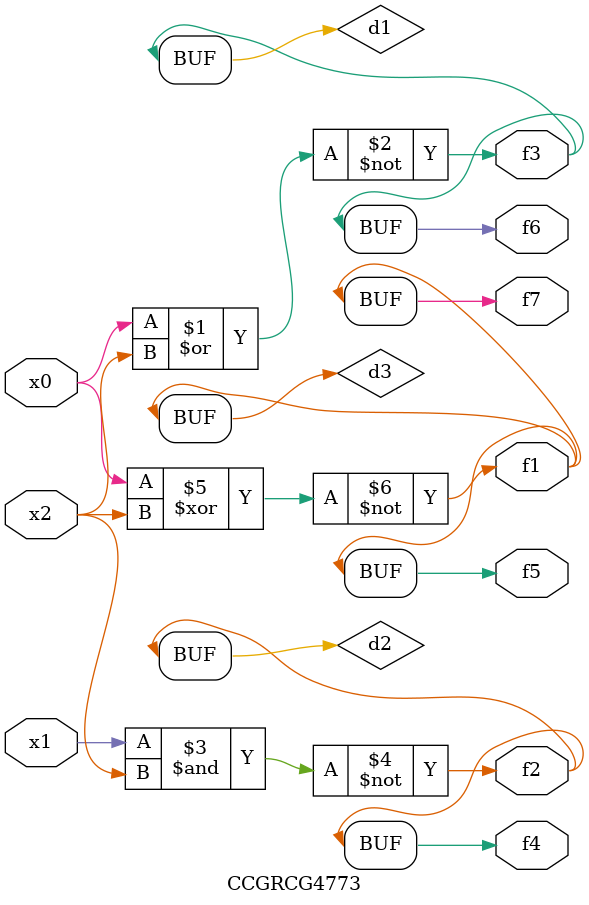
<source format=v>
module CCGRCG4773(
	input x0, x1, x2,
	output f1, f2, f3, f4, f5, f6, f7
);

	wire d1, d2, d3;

	nor (d1, x0, x2);
	nand (d2, x1, x2);
	xnor (d3, x0, x2);
	assign f1 = d3;
	assign f2 = d2;
	assign f3 = d1;
	assign f4 = d2;
	assign f5 = d3;
	assign f6 = d1;
	assign f7 = d3;
endmodule

</source>
